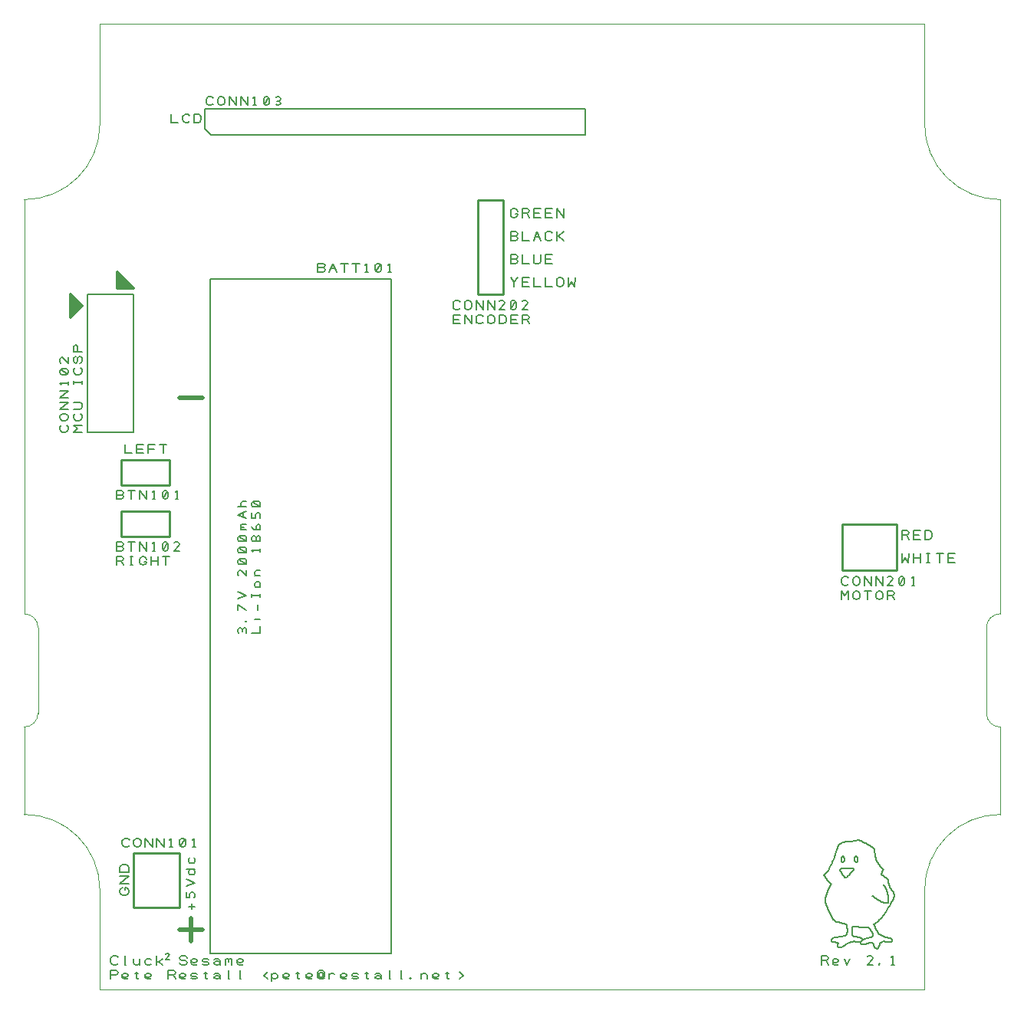
<source format=gto>
G04 EasyPC Gerber Version 21.0.3 Build 4286 *
G04 #@! TF.Part,Single*
G04 #@! TF.FileFunction,Legend,Top *
G04 #@! TF.FilePolarity,Positive *
%FSLAX35Y35*%
%MOIN*%
%ADD13C,0.00001*%
%ADD10C,0.00500*%
%ADD77C,0.00600*%
%ADD79C,0.01000*%
%ADD11C,0.01200*%
%ADD78C,0.02000*%
X0Y0D02*
D02*
D10*
X19037Y248823D02*
X19350Y248511D01*
X19663Y247885*
Y246948*
X19350Y246323*
X19037Y246011*
X18413Y245698*
X17163*
X16537Y246011*
X16225Y246323*
X15913Y246948*
Y247885*
X16225Y248511*
X16537Y248823*
X18413Y250698D02*
X17163D01*
X16537Y251011*
X16225Y251323*
X15913Y251948*
Y252573*
X16225Y253198*
X16537Y253511*
X17163Y253823*
X18413*
X19037Y253511*
X19350Y253198*
X19663Y252573*
Y251948*
X19350Y251323*
X19037Y251011*
X18413Y250698*
X19663Y255698D02*
X15913D01*
X19663Y258823*
X15913*
X19663Y260698D02*
X15913D01*
X19663Y263823*
X15913*
X19663Y266323D02*
Y267573D01*
Y266948D02*
X15913D01*
X16537Y266323*
X19350Y271011D02*
X19663Y271635D01*
Y272261*
X19350Y272885*
X18725Y273198*
X16850*
X16225Y272885*
X15913Y272261*
Y271635*
X16225Y271011*
X16850Y270698*
X18725*
X19350Y271011*
X16225Y272885*
X19663Y278198D02*
Y275698D01*
X17475Y277885*
X16850Y278198*
X16225Y277885*
X15913Y277261*
Y276323*
X16225Y275698*
X25663Y245698D02*
X21913D01*
X23787Y247261*
X21913Y248823*
X25663*
X25037Y253823D02*
X25350Y253511D01*
X25663Y252885*
Y251948*
X25350Y251323*
X25037Y251011*
X24413Y250698*
X23163*
X22537Y251011*
X22225Y251323*
X21913Y251948*
Y252885*
X22225Y253511*
X22537Y253823*
X21913Y255698D02*
X24725D01*
X25350Y256011*
X25663Y256635*
Y257885*
X25350Y258511*
X24725Y258823*
X21913*
X25663Y266635D02*
Y267885D01*
Y267261D02*
X21913D01*
Y266635D02*
Y267885D01*
X25037Y273823D02*
X25350Y273511D01*
X25663Y272885*
Y271948*
X25350Y271323*
X25037Y271011*
X24413Y270698*
X23163*
X22537Y271011*
X22225Y271323*
X21913Y271948*
Y272885*
X22225Y273511*
X22537Y273823*
X24725Y275698D02*
X25350Y276011D01*
X25663Y276635*
Y277885*
X25350Y278511*
X24725Y278823*
X24100Y278511*
X23787Y277885*
Y276635*
X23475Y276011*
X22850Y275698*
X22225Y276011*
X21913Y276635*
Y277885*
X22225Y278511*
X22850Y278823*
X25663Y280698D02*
X21913D01*
Y282885*
X22225Y283511*
X22850Y283823*
X23475Y283511*
X23787Y282885*
Y280698*
X28100Y265698D02*
Y305698D01*
X48100*
Y245698*
X28100*
Y265698*
X42787Y196011D02*
X43413Y195698D01*
X43725Y195073*
X43413Y194448*
X42787Y194135*
X40600*
Y197885*
X42787*
X43413Y197573*
X43725Y196948*
X43413Y196323*
X42787Y196011*
X40600*
X47163Y194135D02*
Y197885D01*
X45600D02*
X48725D01*
X50600Y194135D02*
Y197885D01*
X53725Y194135*
Y197885*
X56225Y194135D02*
X57475D01*
X56850D02*
Y197885D01*
X56225Y197261*
X60913Y194448D02*
X61537Y194135D01*
X62163*
X62787Y194448*
X63100Y195073*
Y196948*
X62787Y197573*
X62163Y197885*
X61537*
X60913Y197573*
X60600Y196948*
Y195073*
X60913Y194448*
X62787Y197573*
X68100Y194135D02*
X65600D01*
X67787Y196323*
X68100Y196948*
X67787Y197573*
X67163Y197885*
X66225*
X65600Y197573*
X42787Y218511D02*
X43413Y218198D01*
X43725Y217573*
X43413Y216948*
X42787Y216635*
X40600*
Y220385*
X42787*
X43413Y220073*
X43725Y219448*
X43413Y218823*
X42787Y218511*
X40600*
X47163Y216635D02*
Y220385D01*
X45600D02*
X48725D01*
X50600Y216635D02*
Y220385D01*
X53725Y216635*
Y220385*
X56225Y216635D02*
X57475D01*
X56850D02*
Y220385D01*
X56225Y219761*
X60913Y216948D02*
X61537Y216635D01*
X62163*
X62787Y216948*
X63100Y217573*
Y219448*
X62787Y220073*
X62163Y220385*
X61537*
X60913Y220073*
X60600Y219448*
Y217573*
X60913Y216948*
X62787Y220073*
X66225Y216635D02*
X67475D01*
X66850D02*
Y220385D01*
X66225Y219761*
X46225Y66011D02*
X45913Y65698D01*
X45287Y65385*
X44350*
X43725Y65698*
X43413Y66011*
X43100Y66635*
Y67885*
X43413Y68511*
X43725Y68823*
X44350Y69135*
X45287*
X45913Y68823*
X46225Y68511*
X48100Y66635D02*
Y67885D01*
X48413Y68511*
X48725Y68823*
X49350Y69135*
X49975*
X50600Y68823*
X50913Y68511*
X51225Y67885*
Y66635*
X50913Y66011*
X50600Y65698*
X49975Y65385*
X49350*
X48725Y65698*
X48413Y66011*
X48100Y66635*
X53100Y65385D02*
Y69135D01*
X56225Y65385*
Y69135*
X58100Y65385D02*
Y69135D01*
X61225Y65385*
Y69135*
X63725Y65385D02*
X64975D01*
X64350D02*
Y69135D01*
X63725Y68511*
X68413Y65698D02*
X69037Y65385D01*
X69663*
X70287Y65698*
X70600Y66323*
Y68198*
X70287Y68823*
X69663Y69135*
X69037*
X68413Y68823*
X68100Y68198*
Y66323*
X68413Y65698*
X70287Y68823*
X73725Y65385D02*
X74975D01*
X74350D02*
Y69135D01*
X73725Y68511*
X79052Y386348D02*
X244288D01*
Y375048*
X81552*
X79052Y377548*
Y386348*
X82646Y388511D02*
X82333Y388198D01*
X81708Y387885*
X80770*
X80146Y388198*
X79833Y388511*
X79520Y389135*
Y390385*
X79833Y391011*
X80146Y391323*
X80770Y391635*
X81708*
X82333Y391323*
X82646Y391011*
X84520Y389135D02*
Y390385D01*
X84833Y391011*
X85146Y391323*
X85770Y391635*
X86396*
X87020Y391323*
X87333Y391011*
X87646Y390385*
Y389135*
X87333Y388511*
X87020Y388198*
X86396Y387885*
X85770*
X85146Y388198*
X84833Y388511*
X84520Y389135*
X89520Y387885D02*
Y391635D01*
X92646Y387885*
Y391635*
X94520Y387885D02*
Y391635D01*
X97646Y387885*
Y391635*
X100146Y387885D02*
X101396D01*
X100770D02*
Y391635D01*
X100146Y391011*
X104833Y388198D02*
X105458Y387885D01*
X106083*
X106708Y388198*
X107020Y388823*
Y390698*
X106708Y391323*
X106083Y391635*
X105458*
X104833Y391323*
X104520Y390698*
Y388823*
X104833Y388198*
X106708Y391323*
X109833Y388198D02*
X110458Y387885D01*
X111083*
X111708Y388198*
X112020Y388823*
X111708Y389448*
X111083Y389761*
X110458*
X111083D02*
X111708Y390073D01*
X112020Y390698*
X111708Y391323*
X111083Y391635*
X110458*
X109833Y391323*
X130287Y317261D02*
X130913Y316948D01*
X131225Y316323*
X130913Y315698*
X130287Y315385*
X128100*
Y319135*
X130287*
X130913Y318823*
X131225Y318198*
X130913Y317573*
X130287Y317261*
X128100*
X133100Y315385D02*
X134663Y319135D01*
X136225Y315385*
X133725Y316948D02*
X135600D01*
X139663Y315385D02*
Y319135D01*
X138100D02*
X141225D01*
X144663Y315385D02*
Y319135D01*
X143100D02*
X146225D01*
X148725Y315385D02*
X149975D01*
X149350D02*
Y319135D01*
X148725Y318511*
X153413Y315698D02*
X154037Y315385D01*
X154663*
X155287Y315698*
X155600Y316323*
Y318198*
X155287Y318823*
X154663Y319135*
X154037*
X153413Y318823*
X153100Y318198*
Y316323*
X153413Y315698*
X155287Y318823*
X158725Y315385D02*
X159975D01*
X159350D02*
Y319135D01*
X158725Y318511*
X159970Y312233D02*
X81230D01*
Y19163*
X159970*
Y312233*
X189975Y299761D02*
X189663Y299448D01*
X189037Y299135*
X188100*
X187475Y299448*
X187163Y299761*
X186850Y300385*
Y301635*
X187163Y302261*
X187475Y302573*
X188100Y302885*
X189037*
X189663Y302573*
X189975Y302261*
X191850Y300385D02*
Y301635D01*
X192163Y302261*
X192475Y302573*
X193100Y302885*
X193725*
X194350Y302573*
X194663Y302261*
X194975Y301635*
Y300385*
X194663Y299761*
X194350Y299448*
X193725Y299135*
X193100*
X192475Y299448*
X192163Y299761*
X191850Y300385*
X196850Y299135D02*
Y302885D01*
X199975Y299135*
Y302885*
X201850Y299135D02*
Y302885D01*
X204975Y299135*
Y302885*
X209350Y299135D02*
X206850D01*
X209037Y301323*
X209350Y301948*
X209037Y302573*
X208413Y302885*
X207475*
X206850Y302573*
X212163Y299448D02*
X212787Y299135D01*
X213413*
X214037Y299448*
X214350Y300073*
Y301948*
X214037Y302573*
X213413Y302885*
X212787*
X212163Y302573*
X211850Y301948*
Y300073*
X212163Y299448*
X214037Y302573*
X219350Y299135D02*
X216850D01*
X219037Y301323*
X219350Y301948*
X219037Y302573*
X218413Y302885*
X217475*
X216850Y302573*
X358725Y179761D02*
X358413Y179448D01*
X357787Y179135*
X356850*
X356225Y179448*
X355913Y179761*
X355600Y180385*
Y181635*
X355913Y182261*
X356225Y182573*
X356850Y182885*
X357787*
X358413Y182573*
X358725Y182261*
X360600Y180385D02*
Y181635D01*
X360913Y182261*
X361225Y182573*
X361850Y182885*
X362475*
X363100Y182573*
X363413Y182261*
X363725Y181635*
Y180385*
X363413Y179761*
X363100Y179448*
X362475Y179135*
X361850*
X361225Y179448*
X360913Y179761*
X360600Y180385*
X365600Y179135D02*
Y182885D01*
X368725Y179135*
Y182885*
X370600Y179135D02*
Y182885D01*
X373725Y179135*
Y182885*
X378100Y179135D02*
X375600D01*
X377787Y181323*
X378100Y181948*
X377787Y182573*
X377163Y182885*
X376225*
X375600Y182573*
X380913Y179448D02*
X381537Y179135D01*
X382163*
X382787Y179448*
X383100Y180073*
Y181948*
X382787Y182573*
X382163Y182885*
X381537*
X380913Y182573*
X380600Y181948*
Y180073*
X380913Y179448*
X382787Y182573*
X386225Y179135D02*
X387475D01*
X386850D02*
Y182885D01*
X386225Y182261*
D02*
D11*
X20600Y305698D02*
X25600Y300698D01*
X20600Y295698*
Y305698*
G36*
X25600Y300698*
X20600Y295698*
Y305698*
G37*
X48100Y308198D02*
X41029D01*
Y315269*
X48100Y308198*
G36*
X41029*
Y315269*
X48100Y308198*
G37*
D02*
D13*
X418710Y123434D02*
Y160835D01*
G75*
G02X424616Y166741I5906*
G01*
Y346899*
G75*
G02X391820Y379694J32795*
G01*
Y423198*
X33395*
X33395Y379694*
G75*
G02X600Y346898I-32795*
G01*
Y166741*
G75*
G02X6506Y160836J-5906*
G01*
Y123434*
G75*
G02X600Y117529I-5906*
G01*
Y79497*
G75*
G02X33395Y46702J-32795*
G01*
Y3198*
X391820*
Y46702*
G75*
G02X424616Y79497I32795*
G01*
Y117529*
G75*
G02X418710Y123434J5905*
G01*
D02*
D77*
X38100Y7885D02*
Y11635D01*
X40287*
X40913Y11323*
X41225Y10698*
X40913Y10073*
X40287Y9761*
X38100*
X45600Y8198D02*
X45287Y7885D01*
X44663*
X44037*
X43413Y8198*
X43100Y8823*
Y9761*
X43413Y10073*
X44037Y10385*
X44663*
X45287Y10073*
X45600Y9761*
Y9448*
X45287Y9135*
X44663Y8823*
X44037*
X43413Y9135*
X43100Y9448*
X48725Y10385D02*
X49975D01*
X49350Y11011D02*
Y8198D01*
X49663Y7885*
X49975*
X50287Y8198*
X55600D02*
X55287Y7885D01*
X54663*
X54037*
X53413Y8198*
X53100Y8823*
Y9761*
X53413Y10073*
X54037Y10385*
X54663*
X55287Y10073*
X55600Y9761*
Y9448*
X55287Y9135*
X54663Y8823*
X54037*
X53413Y9135*
X53100Y9448*
X63100Y7885D02*
Y11635D01*
X65287*
X65913Y11323*
X66225Y10698*
X65913Y10073*
X65287Y9761*
X63100*
X65287D02*
X66225Y7885D01*
X70600Y8198D02*
X70287Y7885D01*
X69663*
X69037*
X68413Y8198*
X68100Y8823*
Y9761*
X68413Y10073*
X69037Y10385*
X69663*
X70287Y10073*
X70600Y9761*
Y9448*
X70287Y9135*
X69663Y8823*
X69037*
X68413Y9135*
X68100Y9448*
X73100Y8198D02*
X73725Y7885D01*
X74975*
X75600Y8198*
Y8823*
X74975Y9135*
X73725*
X73100Y9448*
Y10073*
X73725Y10385*
X74975*
X75600Y10073*
X78725Y10385D02*
X79975D01*
X79350Y11011D02*
Y8198D01*
X79663Y7885*
X79975*
X80287Y8198*
X83100Y10073D02*
X83725Y10385D01*
X84663*
X85287Y10073*
X85600Y9448*
Y8511*
X85287Y8198*
X84663Y7885*
X84037*
X83413Y8198*
X83100Y8511*
Y8823*
X83413Y9135*
X84037Y9448*
X84663*
X85287Y9135*
X85600Y8823*
Y8511D02*
Y7885D01*
X89663D02*
X89350D01*
Y11635*
X94663Y7885D02*
X94350D01*
Y11635*
X106225Y7885D02*
X104663Y9448D01*
X106225Y11011*
X108100Y10385D02*
Y6948D01*
Y8823D02*
X108413Y8198D01*
X109037Y7885*
X109663*
X110287Y8198*
X110600Y8823*
Y9448*
X110287Y10073*
X109663Y10385*
X109037*
X108413Y10073*
X108100Y9448*
Y8823*
X115600Y8198D02*
X115287Y7885D01*
X114663*
X114037*
X113413Y8198*
X113100Y8823*
Y9761*
X113413Y10073*
X114037Y10385*
X114663*
X115287Y10073*
X115600Y9761*
Y9448*
X115287Y9135*
X114663Y8823*
X114037*
X113413Y9135*
X113100Y9448*
X118725Y10385D02*
X119975D01*
X119350Y11011D02*
Y8198D01*
X119663Y7885*
X119975*
X120287Y8198*
X125600D02*
X125287Y7885D01*
X124663*
X124037*
X123413Y8198*
X123100Y8823*
Y9761*
X123413Y10073*
X124037Y10385*
X124663*
X125287Y10073*
X125600Y9761*
Y9448*
X125287Y9135*
X124663Y8823*
X124037*
X123413Y9135*
X123100Y9448*
X130913Y8198D02*
X130287Y7885D01*
X129037*
X128413Y8198*
X128100Y8823*
Y10698*
X128413Y11323*
X129037Y11635*
X129975*
X130600Y11323*
X130913Y10698*
Y9135*
X130600Y8823*
X130287Y9135*
Y10385*
X129975Y10698*
X129037*
X128725Y10385*
Y9135*
X129037Y8823*
X129975*
X130287Y9135*
X133100Y7885D02*
Y10385D01*
Y9448D02*
X133413Y10073D01*
X134037Y10385*
X134663*
X135287Y10073*
X140600Y8198D02*
X140287Y7885D01*
X139663*
X139037*
X138413Y8198*
X138100Y8823*
Y9761*
X138413Y10073*
X139037Y10385*
X139663*
X140287Y10073*
X140600Y9761*
Y9448*
X140287Y9135*
X139663Y8823*
X139037*
X138413Y9135*
X138100Y9448*
X143100Y8198D02*
X143725Y7885D01*
X144975*
X145600Y8198*
Y8823*
X144975Y9135*
X143725*
X143100Y9448*
Y10073*
X143725Y10385*
X144975*
X145600Y10073*
X148725Y10385D02*
X149975D01*
X149350Y11011D02*
Y8198D01*
X149663Y7885*
X149975*
X150287Y8198*
X153100Y10073D02*
X153725Y10385D01*
X154663*
X155287Y10073*
X155600Y9448*
Y8511*
X155287Y8198*
X154663Y7885*
X154037*
X153413Y8198*
X153100Y8511*
Y8823*
X153413Y9135*
X154037Y9448*
X154663*
X155287Y9135*
X155600Y8823*
Y8511D02*
Y7885D01*
X159663D02*
X159350D01*
Y11635*
X164663Y7885D02*
X164350D01*
Y11635*
X168413Y7885D02*
X168725Y8198D01*
X168413Y8511*
X168100Y8198*
X168413Y7885*
X173100D02*
Y10385D01*
Y9448D02*
X173413Y10073D01*
X174037Y10385*
X174663*
X175287Y10073*
X175600Y9448*
Y7885*
X180600Y8198D02*
X180287Y7885D01*
X179663*
X179037*
X178413Y8198*
X178100Y8823*
Y9761*
X178413Y10073*
X179037Y10385*
X179663*
X180287Y10073*
X180600Y9761*
Y9448*
X180287Y9135*
X179663Y8823*
X179037*
X178413Y9135*
X178100Y9448*
X183725Y10385D02*
X184975D01*
X184350Y11011D02*
Y8198D01*
X184663Y7885*
X184975*
X185287Y8198*
X189663Y7885D02*
X191225Y9448D01*
X189663Y11011*
X41225Y14761D02*
X40913Y14448D01*
X40287Y14135*
X39350*
X38725Y14448*
X38413Y14761*
X38100Y15385*
Y16635*
X38413Y17261*
X38725Y17573*
X39350Y17885*
X40287*
X40913Y17573*
X41225Y17261*
X44663Y14135D02*
X44350D01*
Y17885*
X48100Y16635D02*
Y15073D01*
X48413Y14448*
X49037Y14135*
X49663*
X50287Y14448*
X50600Y15073*
Y16635D02*
Y14135D01*
X55600Y16323D02*
X54975Y16635D01*
X54037*
X53413Y16323*
X53100Y15698*
Y15073*
X53413Y14448*
X54037Y14135*
X54975*
X55600Y14448*
X58100Y14135D02*
Y17885D01*
Y15385D02*
X59037D01*
X60600Y16635*
X59037Y15385D02*
X60600Y14135D01*
X68100Y15073D02*
X68413Y14448D01*
X69037Y14135*
X70287*
X70913Y14448*
X71225Y15073*
X70913Y15698*
X70287Y16011*
X69037*
X68413Y16323*
X68100Y16948*
X68413Y17573*
X69037Y17885*
X70287*
X70913Y17573*
X71225Y16948*
X75600Y14448D02*
X75287Y14135D01*
X74663*
X74037*
X73413Y14448*
X73100Y15073*
Y16011*
X73413Y16323*
X74037Y16635*
X74663*
X75287Y16323*
X75600Y16011*
Y15698*
X75287Y15385*
X74663Y15073*
X74037*
X73413Y15385*
X73100Y15698*
X78100Y14448D02*
X78725Y14135D01*
X79975*
X80600Y14448*
Y15073*
X79975Y15385*
X78725*
X78100Y15698*
Y16323*
X78725Y16635*
X79975*
X80600Y16323*
X83100D02*
X83725Y16635D01*
X84663*
X85287Y16323*
X85600Y15698*
Y14761*
X85287Y14448*
X84663Y14135*
X84037*
X83413Y14448*
X83100Y14761*
Y15073*
X83413Y15385*
X84037Y15698*
X84663*
X85287Y15385*
X85600Y15073*
Y14761D02*
Y14135D01*
X88100D02*
Y16635D01*
Y16323D02*
X88413Y16635D01*
X89037*
X89350Y16323*
Y15385*
Y16323D02*
X89663Y16635D01*
X90287*
X90600Y16323*
Y14135*
X95600Y14448D02*
X95287Y14135D01*
X94663*
X94037*
X93413Y14448*
X93100Y15073*
Y16011*
X93413Y16323*
X94037Y16635*
X94663*
X95287Y16323*
X95600Y16011*
Y15698*
X95287Y15385*
X94663Y15073*
X94037*
X93413Y15385*
X93100Y15698*
X40600Y187885D02*
Y191635D01*
X42787*
X43413Y191323*
X43725Y190698*
X43413Y190073*
X42787Y189761*
X40600*
X42787D02*
X43725Y187885D01*
X46537D02*
X47787D01*
X47163D02*
Y191635D01*
X46537D02*
X47787D01*
X52787Y189448D02*
X53725D01*
Y189135*
X53413Y188511*
X53100Y188198*
X52475Y187885*
X51850*
X51225Y188198*
X50913Y188511*
X50600Y189135*
Y190385*
X50913Y191011*
X51225Y191323*
X51850Y191635*
X52475*
X53100Y191323*
X53413Y191011*
X53725Y190385*
X55600Y187885D02*
Y191635D01*
Y189761D02*
X58725D01*
Y187885D02*
Y191635D01*
X62163Y187885D02*
Y191635D01*
X60600D02*
X63725D01*
X44350Y240385D02*
Y236635D01*
X47475*
X49350D02*
Y240385D01*
X52475*
X51850Y238511D02*
X49350D01*
Y236635D02*
X52475D01*
X54350D02*
Y240385D01*
X57475*
X56850Y238511D02*
X54350D01*
X60913Y236635D02*
Y240385D01*
X59350D02*
X62475D01*
X44350Y46635D02*
Y47573D01*
X44663*
X45287Y47261*
X45600Y46948*
X45913Y46323*
Y45698*
X45600Y45073*
X45287Y44761*
X44663Y44448*
X43413*
X42787Y44761*
X42475Y45073*
X42163Y45698*
Y46323*
X42475Y46948*
X42787Y47261*
X43413Y47573*
X45913Y49448D02*
X42163D01*
X45913Y52573*
X42163*
X45913Y54448D02*
X42163D01*
Y56323*
X42475Y56948*
X42787Y57261*
X43413Y57573*
X44663*
X45287Y57261*
X45600Y56948*
X45913Y56323*
Y54448*
X63650Y16373D02*
X61850D01*
X63425Y17948*
X63650Y18398*
X63425Y18848*
X62975Y19073*
X62300*
X61850Y18848*
X64350Y384135D02*
Y380385D01*
X67475*
X72475Y381011D02*
X72163Y380698D01*
X71537Y380385*
X70600*
X69975Y380698*
X69663Y381011*
X69350Y381635*
Y382885*
X69663Y383511*
X69975Y383823*
X70600Y384135*
X71537*
X72163Y383823*
X72475Y383511*
X74350Y380385D02*
Y384135D01*
X76225*
X76850Y383823*
X77163Y383511*
X77475Y382885*
Y381635*
X77163Y381011*
X76850Y380698*
X76225Y380385*
X74350*
X73413Y38198D02*
Y40698D01*
X74663Y39448D02*
X72163D01*
X74350Y43198D02*
X74663Y43823D01*
Y44761*
X74350Y45385*
X73725Y45698*
X73413*
X72787Y45385*
X72475Y44761*
Y43198*
X70913*
Y45698*
Y48198D02*
X74663Y49761D01*
X70913Y51323*
X73100Y55698D02*
X72475Y55385D01*
X72163Y54761*
Y54135*
X72475Y53511*
X73100Y53198*
X73725*
X74350Y53511*
X74663Y54135*
Y54761*
X74350Y55385*
X73725Y55698*
X74663D02*
X70913D01*
X72475Y60698D02*
X72163Y60073D01*
Y59135*
X72475Y58511*
X73100Y58198*
X73725*
X74350Y58511*
X74663Y59135*
Y60073*
X74350Y60698*
X96850Y158511D02*
X97163Y159135D01*
Y159761*
X96850Y160385*
X96225Y160698*
X95600Y160385*
X95287Y159761*
Y159135*
Y159761D02*
X94975Y160385D01*
X94350Y160698*
X93725Y160385*
X93413Y159761*
Y159135*
X93725Y158511*
X97163Y163511D02*
X96850Y163823D01*
X96537Y163511*
X96850Y163198*
X97163Y163511*
Y168198D02*
X93413Y170698D01*
Y168198*
Y173198D02*
X97163Y174761D01*
X93413Y176323*
X97163Y185698D02*
Y183198D01*
X94975Y185385*
X94350Y185698*
X93725Y185385*
X93413Y184761*
Y183823*
X93725Y183198*
X96850Y188511D02*
X97163Y189135D01*
Y189761*
X96850Y190385*
X96225Y190698*
X94350*
X93725Y190385*
X93413Y189761*
Y189135*
X93725Y188511*
X94350Y188198*
X96225*
X96850Y188511*
X93725Y190385*
X96850Y193511D02*
X97163Y194135D01*
Y194761*
X96850Y195385*
X96225Y195698*
X94350*
X93725Y195385*
X93413Y194761*
Y194135*
X93725Y193511*
X94350Y193198*
X96225*
X96850Y193511*
X93725Y195385*
X96850Y198511D02*
X97163Y199135D01*
Y199761*
X96850Y200385*
X96225Y200698*
X94350*
X93725Y200385*
X93413Y199761*
Y199135*
X93725Y198511*
X94350Y198198*
X96225*
X96850Y198511*
X93725Y200385*
X97163Y203198D02*
X94663D01*
X94975D02*
X94663Y203511D01*
Y204135*
X94975Y204448*
X95913*
X94975D02*
X94663Y204761D01*
Y205385*
X94975Y205698*
X97163*
Y208198D02*
X93413Y209761D01*
X97163Y211323*
X95600Y208823D02*
Y210698D01*
X97163Y213198D02*
X93413D01*
X95600D02*
X94975Y213511D01*
X94663Y214135*
Y214761*
X94975Y215385*
X95600Y215698*
X97163*
X99413Y158198D02*
X103163D01*
Y161323*
Y164448D02*
X100663D01*
X99725D02*
X101913Y168198*
Y170698D01*
X103163Y174135D02*
Y175385D01*
Y174761D02*
X99413D01*
Y174135D02*
Y175385D01*
X102225Y178198D02*
X102850Y178511D01*
X103163Y179135*
Y179761*
X102850Y180385*
X102225Y180698*
X101600*
X100975Y180385*
X100663Y179761*
Y179135*
X100975Y178511*
X101600Y178198*
X102225*
X103163Y183198D02*
X100663D01*
X101600D02*
X100975Y183511D01*
X100663Y184135*
Y184761*
X100975Y185385*
X101600Y185698*
X103163*
Y193823D02*
Y195073D01*
Y194448D02*
X99413D01*
X100037Y193823*
X101287Y199135D02*
Y199761D01*
X100975Y200385*
X100350Y200698*
X99725Y200385*
X99413Y199761*
Y199135*
X99725Y198511*
X100350Y198198*
X100975Y198511*
X101287Y199135*
X101600Y198511*
X102225Y198198*
X102850Y198511*
X103163Y199135*
Y199761*
X102850Y200385*
X102225Y200698*
X101600Y200385*
X101287Y199761*
X102225Y203198D02*
X101600Y203511D01*
X101287Y204135*
Y204761*
X101600Y205385*
X102225Y205698*
X102850Y205385*
X103163Y204761*
Y204135*
X102850Y203511*
X102225Y203198*
X101287*
X100350Y203511*
X99725Y204135*
X99413Y204761*
X102850Y208198D02*
X103163Y208823D01*
Y209761*
X102850Y210385*
X102225Y210698*
X101913*
X101287Y210385*
X100975Y209761*
Y208198*
X99413*
Y210698*
X102850Y213511D02*
X103163Y214135D01*
Y214761*
X102850Y215385*
X102225Y215698*
X100350*
X99725Y215385*
X99413Y214761*
Y214135*
X99725Y213511*
X100350Y213198*
X102225*
X102850Y213511*
X99725Y215385*
X186850Y292885D02*
Y296635D01*
X189975*
X189350Y294761D02*
X186850D01*
Y292885D02*
X189975D01*
X191850D02*
Y296635D01*
X194975Y292885*
Y296635*
X199975Y293511D02*
X199663Y293198D01*
X199037Y292885*
X198100*
X197475Y293198*
X197163Y293511*
X196850Y294135*
Y295385*
X197163Y296011*
X197475Y296323*
X198100Y296635*
X199037*
X199663Y296323*
X199975Y296011*
X201850Y294135D02*
Y295385D01*
X202163Y296011*
X202475Y296323*
X203100Y296635*
X203725*
X204350Y296323*
X204663Y296011*
X204975Y295385*
Y294135*
X204663Y293511*
X204350Y293198*
X203725Y292885*
X203100*
X202475Y293198*
X202163Y293511*
X201850Y294135*
X206850Y292885D02*
Y296635D01*
X208725*
X209350Y296323*
X209663Y296011*
X209975Y295385*
Y294135*
X209663Y293511*
X209350Y293198*
X208725Y292885*
X206850*
X211850D02*
Y296635D01*
X214975*
X214350Y294761D02*
X211850D01*
Y292885D02*
X214975D01*
X216850D02*
Y296635D01*
X219037*
X219663Y296323*
X219975Y295698*
X219663Y295073*
X219037Y294761*
X216850*
X219037D02*
X219975Y292885D01*
X213413Y309135D02*
Y311011D01*
X211850Y312885*
X213413Y311011D02*
X214975Y312885D01*
X216850Y309135D02*
Y312885D01*
X219975*
X219350Y311011D02*
X216850D01*
Y309135D02*
X219975D01*
X221850Y312885D02*
Y309135D01*
X224975*
X226850Y312885D02*
Y309135D01*
X229975*
X231850Y310385D02*
Y311635D01*
X232163Y312261*
X232475Y312573*
X233100Y312885*
X233725*
X234350Y312573*
X234663Y312261*
X234975Y311635*
Y310385*
X234663Y309761*
X234350Y309448*
X233725Y309135*
X233100*
X232475Y309448*
X232163Y309761*
X231850Y310385*
X236850Y312885D02*
X237163Y309135D01*
X238413Y311011*
X239663Y309135*
X239975Y312885*
X214037Y321011D02*
X214663Y320698D01*
X214975Y320073*
X214663Y319448*
X214037Y319135*
X211850*
Y322885*
X214037*
X214663Y322573*
X214975Y321948*
X214663Y321323*
X214037Y321011*
X211850*
X216850Y322885D02*
Y319135D01*
X219975*
X221850Y322885D02*
Y320073D01*
X222163Y319448*
X222787Y319135*
X224037*
X224663Y319448*
X224975Y320073*
Y322885*
X226850Y319135D02*
Y322885D01*
X229975*
X229350Y321011D02*
X226850D01*
Y319135D02*
X229975D01*
X214037Y331011D02*
X214663Y330698D01*
X214975Y330073*
X214663Y329448*
X214037Y329135*
X211850*
Y332885*
X214037*
X214663Y332573*
X214975Y331948*
X214663Y331323*
X214037Y331011*
X211850*
X216850Y332885D02*
Y329135D01*
X219975*
X221850D02*
X223413Y332885D01*
X224975Y329135*
X222475Y330698D02*
X224350D01*
X229975Y329761D02*
X229663Y329448D01*
X229037Y329135*
X228100*
X227475Y329448*
X227163Y329761*
X226850Y330385*
Y331635*
X227163Y332261*
X227475Y332573*
X228100Y332885*
X229037*
X229663Y332573*
X229975Y332261*
X231850Y329135D02*
Y332885D01*
Y331011D02*
X232787D01*
X234975Y332885*
X232787Y331011D02*
X234975Y329135D01*
X214037Y340698D02*
X214975D01*
Y340385*
X214663Y339761*
X214350Y339448*
X213725Y339135*
X213100*
X212475Y339448*
X212163Y339761*
X211850Y340385*
Y341635*
X212163Y342261*
X212475Y342573*
X213100Y342885*
X213725*
X214350Y342573*
X214663Y342261*
X214975Y341635*
X216850Y339135D02*
Y342885D01*
X219037*
X219663Y342573*
X219975Y341948*
X219663Y341323*
X219037Y341011*
X216850*
X219037D02*
X219975Y339135D01*
X221850D02*
Y342885D01*
X224975*
X224350Y341011D02*
X221850D01*
Y339135D02*
X224975D01*
X226850D02*
Y342885D01*
X229975*
X229350Y341011D02*
X226850D01*
Y339135D02*
X229975D01*
X231850D02*
Y342885D01*
X234975Y339135*
Y342885*
X346850Y14135D02*
Y17885D01*
X349037*
X349663Y17573*
X349975Y16948*
X349663Y16323*
X349037Y16011*
X346850*
X349037D02*
X349975Y14135D01*
X354350Y14448D02*
X354037Y14135D01*
X353413*
X352787*
X352163Y14448*
X351850Y15073*
Y16011*
X352163Y16323*
X352787Y16635*
X353413*
X354037Y16323*
X354350Y16011*
Y15698*
X354037Y15385*
X353413Y15073*
X352787*
X352163Y15385*
X351850Y15698*
X356850Y16635D02*
X358100Y14135D01*
X359350Y16635*
X369350Y14135D02*
X366850D01*
X369037Y16323*
X369350Y16948*
X369037Y17573*
X368413Y17885*
X367475*
X366850Y17573*
X372163Y14135D02*
X372475Y14448D01*
X372163Y14761*
X371850Y14448*
X372163Y14135*
X377475D02*
X378725D01*
X378100D02*
Y17885D01*
X377475Y17261*
X348100Y53198D02*
X348106Y53188D01*
X348124Y53158*
X348153Y53110*
X348193Y53044*
X348243Y52963*
X348302Y52867*
X348371Y52758*
X348448Y52636*
X348533Y52503*
X348625Y52360*
X348724Y52209*
X348829Y52050*
X348940Y51885*
X349056Y51715*
X349176Y51541*
X349300Y51364*
X349428Y51186*
X349558Y51008*
X349691Y50831*
X349825Y50657*
X349960Y50486*
X350096Y50319*
X350232Y50159*
X350368Y50006*
X350502Y49861*
X350635Y49725*
X350765Y49600*
X350893Y49488*
X351017Y49389*
X351137Y49304*
X351253Y49234*
X351147Y49070*
X351039Y48893*
X350928Y48702*
X350816Y48499*
X350703Y48285*
X350588Y48062*
X350474Y47829*
X350359Y47587*
X350244Y47338*
X350130Y47082*
X350017Y46821*
X349905Y46555*
X349795Y46284*
X349687Y46011*
X349581Y45736*
X349479Y45459*
X349380Y45182*
X349285Y44905*
X349193Y44630*
X349106Y44357*
X349024Y44087*
X348947Y43821*
X348876Y43560*
X348810Y43305*
X348751Y43057*
X348698Y42816*
X348653Y42584*
X348615Y42361*
X348585Y42148*
X348563Y41947*
X348550Y41757*
X348583Y41598*
X348630Y41415*
X348689Y41212*
X348759Y40989*
X348841Y40749*
X348932Y40493*
X349033Y40222*
X349143Y39939*
X349260Y39645*
X349385Y39342*
X349516Y39031*
X349652Y38713*
X349793Y38392*
X349938Y38068*
X350086Y37743*
X350236Y37418*
X350388Y37095*
X350541Y36777*
X350693Y36464*
X350845Y36158*
X350996Y35861*
X351144Y35574*
X351289Y35300*
X351430Y35039*
X351567Y34794*
X351698Y34567*
X351822Y34357*
X351940Y34168*
X352050Y34001*
X352152Y33858*
X352244Y33740*
X352331Y33639*
X352417Y33545*
X352502Y33458*
X352587Y33378*
X352671Y33304*
X352754Y33236*
X352835Y33174*
X352915Y33117*
X352994Y33066*
X353072Y33020*
X353148Y32980*
X353223Y32943*
X353296Y32912*
X353368Y32884*
X353437Y32861*
X353505Y32841*
X353570Y32825*
X353634Y32812*
X353695Y32803*
X353754Y32796*
X353811Y32791*
X353865Y32789*
X353916Y32790*
X353965Y32792*
X354011Y32796*
X354054Y32801*
X354095Y32807*
X354132Y32814*
X354167Y32822*
X354198Y32831*
X354226Y32839*
X354302Y32803*
X354392Y32764*
X354493Y32723*
X354606Y32680*
X354728Y32635*
X354859Y32589*
X354998Y32541*
X355144Y32492*
X355295Y32443*
X355451Y32393*
X355610Y32342*
X355772Y32292*
X355935Y32241*
X356099Y32192*
X356261Y32143*
X356423Y32095*
X356581Y32048*
X356736Y32003*
X356886Y31960*
X357030Y31918*
X357166Y31879*
X357295Y31843*
X357415Y31809*
X357524Y31778*
X357623Y31750*
X357709Y31726*
X357782Y31706*
X357840Y31690*
X357883Y31678*
X357910Y31671*
X357919Y31669*
X357921Y31657*
X357927Y31626*
X357937Y31575*
X357950Y31506*
X357965Y31419*
X357983Y31316*
X358002Y31198*
X358023Y31067*
X358044Y30923*
X358065Y30768*
X358087Y30603*
X358107Y30429*
X358126Y30247*
X358144Y30058*
X358160Y29864*
X358173Y29666*
X358183Y29465*
X358189Y29261*
X358192Y29057*
X358190Y28854*
X358183Y28652*
X358171Y28453*
X358152Y28258*
X358128Y28068*
X358096Y27885*
X358058Y27709*
X358011Y27542*
X357957Y27385*
X357894Y27238*
X357821Y27104*
X357739Y26984*
X357626Y26924*
X357498Y26867*
X357356Y26813*
X357202Y26761*
X357035Y26711*
X356857Y26664*
X356669Y26619*
X356473Y26575*
X356269Y26533*
X356059Y26493*
X355843Y26455*
X355622Y26418*
X355399Y26382*
X355174Y26347*
X354947Y26314*
X354720Y26281*
X354495Y26249*
X354272Y26218*
X354052Y26187*
X353836Y26157*
X353626Y26127*
X353422Y26096*
X353226Y26067*
X353039Y26037*
X352861Y26006*
X352695Y25976*
X352540Y25945*
X352399Y25913*
X352271Y25881*
X352159Y25847*
X352064Y25813*
X351979Y25777*
X351899Y25738*
X351824Y25696*
X351755Y25653*
X351689Y25607*
X351629Y25559*
X351573Y25510*
X351522Y25459*
X351475Y25407*
X351433Y25354*
X351395Y25300*
X351361Y25244*
X351331Y25189*
X351306Y25132*
X351285Y25076*
X351267Y25019*
X351254Y24962*
X351244Y24906*
X351238Y24850*
X351236Y24795*
X351237Y24741*
X351242Y24687*
X351250Y24635*
X351262Y24584*
X351277Y24535*
X351295Y24487*
X351317Y24442*
X351341Y24398*
X351369Y24357*
X351400Y24318*
X351433Y24281*
X351475Y24247*
X351531Y24214*
X351599Y24182*
X351679Y24151*
X351769Y24121*
X351869Y24093*
X351977Y24065*
X352093Y24039*
X352216Y24013*
X352344Y23989*
X352476Y23966*
X352612Y23944*
X352750Y23923*
X352890Y23904*
X353030Y23885*
X353169Y23868*
X353307Y23851*
X353442Y23836*
X353574Y23822*
X353700Y23809*
X353822Y23797*
X353936Y23787*
X354043Y23777*
X354141Y23769*
X354229Y23761*
X354306Y23755*
X354372Y23750*
X354424Y23746*
X354463Y23743*
X354488Y23742*
X354496Y23741*
X354494Y23739*
X354487Y23731*
X354477Y23719*
X354463Y23703*
X354447Y23682*
X354427Y23658*
X354406Y23630*
X354381Y23598*
X354356Y23563*
X354328Y23524*
X354300Y23483*
X354271Y23439*
X354242Y23393*
X354213Y23344*
X354183Y23294*
X354155Y23242*
X354128Y23188*
X354102Y23133*
X354078Y23076*
X354056Y23019*
X354036Y22961*
X354019Y22902*
X354005Y22844*
X353994Y22785*
X353987Y22726*
X353985Y22668*
X353987Y22610*
X353993Y22553*
X354005Y22498*
X354022Y22443*
X354045Y22390*
X354072Y22338*
X354099Y22287*
X354126Y22238*
X354155Y22190*
X354183Y22143*
X354213Y22098*
X354243Y22054*
X354274Y22012*
X354306Y21971*
X354338Y21932*
X354371Y21894*
X354405Y21859*
X354440Y21825*
X354475Y21793*
X354511Y21763*
X354548Y21734*
X354586Y21708*
X354625Y21683*
X354665Y21661*
X354705Y21641*
X354747Y21624*
X354789Y21608*
X354833Y21595*
X354877Y21584*
X354922Y21576*
X354969Y21570*
X355016Y21566*
X355065Y21565*
X355114Y21567*
X355165Y21572*
X355217Y21579*
X355270Y21590*
X355328Y21606*
X355388Y21627*
X355451Y21652*
X355517Y21681*
X355586Y21714*
X355657Y21751*
X355731Y21791*
X355806Y21834*
X355884Y21880*
X355964Y21929*
X356045Y21980*
X356128Y22034*
X356213Y22089*
X356299Y22146*
X356386Y22206*
X356474Y22266*
X356564Y22327*
X356654Y22389*
X356744Y22451*
X356835Y22514*
X357018Y22640*
X357109Y22703*
X357201Y22765*
X357292Y22826*
X357383Y22886*
X357473Y22944*
X357563Y23002*
X357651Y23057*
X357739Y23111*
X357828Y23163*
X357922Y23217*
X358020Y23272*
X358121Y23326*
X358227Y23381*
X358336Y23437*
X358448Y23492*
X358563Y23546*
X358681Y23600*
X358802Y23654*
X358926Y23706*
X359052Y23756*
X359179Y23806*
X359309Y23854*
X359441Y23899*
X359573Y23943*
X359707Y23984*
X359843Y24022*
X359979Y24058*
X360116Y24091*
X360254Y24121*
X360391Y24147*
X360530Y24170*
X360667Y24188*
X360805Y24203*
X360942Y24213*
X361078Y24219*
X361213Y24219*
X361348Y24215*
X361481Y24206*
X361612Y24191*
X361744Y24175*
X361879Y24159*
X362015Y24145*
X362153Y24133*
X362292Y24122*
X362431Y24114*
X362570Y24108*
X362710Y24105*
X362848Y24104*
X362985Y24107*
X363120Y24112*
X363253Y24121*
X363384Y24133*
X363511Y24149*
X363635Y24169*
X363755Y24193*
X363870Y24221*
X363981Y24254*
X364086Y24291*
X364185Y24334*
X364278Y24381*
X364365Y24434*
X364444Y24493*
X364515Y24557*
X364579Y24627*
X364634Y24703*
X364680Y24785*
X364717Y24874*
X364743Y24970*
X364760Y25072*
X364765Y25182*
X364725Y25275*
X364674Y25362*
X364613Y25443*
X364542Y25519*
X364462Y25590*
X364374Y25656*
X364279Y25717*
X364176Y25773*
X364067Y25826*
X363951Y25874*
X363830Y25919*
X363704Y25961*
X363574Y25999*
X363440Y26035*
X363303Y26068*
X363164Y26098*
X363022Y26126*
X362880Y26153*
X362736Y26178*
X362592Y26202*
X362449Y26224*
X362306Y26246*
X362165Y26267*
X362026Y26287*
X361890Y26308*
X361757Y26328*
X361628Y26350*
X361504Y26372*
X361384Y26394*
X361270Y26418*
X361162Y26443*
X361102Y26470*
X361043Y26499*
X360987Y26529*
X360931Y26560*
X360878Y26592*
X360827Y26625*
X360777Y26659*
X360729Y26693*
X360683Y26727*
X360639Y26762*
X360597Y26797*
X360556Y26832*
X360518Y26866*
X360481Y26900*
X360446Y26934*
X360414Y26967*
X360383Y26998*
X360354Y27029*
X360328Y27058*
X360303Y27086*
X360281Y27113*
X360260Y27137*
X360241Y27160*
X360225Y27181*
X360211Y27199*
X360199Y27215*
X360189Y27229*
X360181Y27240*
X360176Y27248*
X360172Y27252*
X360171Y27254*
Y27263*
X360172Y27290*
X360174Y27333*
X360176Y27391*
X360178Y27463*
X360182Y27549*
X360186Y27646*
X360191Y27755*
X360196Y27874*
X360202Y28001*
X360209Y28135*
X360217Y28277*
X360225Y28424*
X360235Y28575*
X360244Y28730*
X360256Y28887*
X360267Y29045*
X360280Y29203*
X360293Y29360*
X360308Y29515*
X360323Y29667*
X360339Y29814*
X360357Y29956*
X360375Y30091*
X360394Y30219*
X360414Y30339*
X360435Y30448*
X360458Y30547*
X360481Y30634*
X360506Y30708*
X360531Y30767*
X360672Y30742*
X360833Y30716*
X361011Y30692*
X361206Y30668*
X361415Y30645*
X361638Y30623*
X361874Y30602*
X362120Y30582*
X362375Y30564*
X362637Y30546*
X362907Y30530*
X363181Y30515*
X363458Y30502*
X363738Y30489*
X364017Y30479*
X364296Y30470*
X364573Y30463*
X364846Y30458*
X365113Y30455*
X365373Y30454*
X365626Y30454*
X365869Y30457*
X366100Y30462*
X366319Y30469*
X366524Y30478*
X366713Y30490*
X366886Y30504*
X367040Y30521*
X367174Y30541*
X367287Y30562*
X367378Y30587*
X367466Y30488*
X367555Y30381*
X367645Y30270*
X367737Y30152*
X367829Y30030*
X367920Y29904*
X368013Y29775*
X368104Y29643*
X368195Y29509*
X368285Y29374*
X368374Y29239*
X368462Y29104*
X368547Y28969*
X368631Y28835*
X368712Y28704*
X368790Y28575*
X368866Y28450*
X368938Y28329*
X369007Y28213*
X369072Y28102*
X369132Y27997*
X369189Y27900*
X369241Y27809*
X369287Y27727*
X369328Y27653*
X369364Y27589*
X369394Y27535*
X369418Y27492*
X369435Y27460*
X369446Y27441*
X369450Y27434*
X369448Y27431*
X369444Y27420*
X369437Y27404*
X369428Y27380*
X369417Y27352*
X369403Y27319*
X369387Y27280*
X369369Y27237*
X369349Y27191*
X369327Y27141*
X369304Y27089*
X369278Y27033*
X369252Y26976*
X369224Y26917*
X369194Y26857*
X369164Y26796*
X369132Y26734*
X369100Y26673*
X369067Y26612*
X369032Y26553*
X368998Y26494*
X368962Y26438*
X368926Y26383*
X368891Y26332*
X368854Y26283*
X368818Y26239*
X368781Y26198*
X368745Y26161*
X368709Y26130*
X368674Y26104*
X368639Y26083*
X368558Y26072*
X368457Y26059*
X368336Y26041*
X368198Y26020*
X368044Y25994*
X367876Y25965*
X367696Y25932*
X367505Y25894*
X367305Y25852*
X367098Y25806*
X366885Y25755*
X366668Y25699*
X366449Y25638*
X366230Y25572*
X366011Y25501*
X365795Y25425*
X365584Y25343*
X365379Y25256*
X365182Y25163*
X364994Y25065*
X364818Y24960*
X364654Y24849*
X364506Y24732*
X364373Y24609*
X364259Y24480*
X364164Y24344*
X364091Y24201*
X364040Y24052*
X364015Y23895*
X364015Y23731*
X364044Y23561*
X364122Y23477*
X364199Y23400*
X364275Y23331*
X364350Y23268*
X364423Y23211*
X364496Y23160*
X364567Y23115*
X364638Y23076*
X364707Y23041*
X364776Y23012*
X364844Y22988*
X364910Y22968*
X364976Y22952*
X365041Y22941*
X365105Y22933*
X365168Y22928*
X365231Y22927*
X365292Y22929*
X365353Y22934*
X365413Y22941*
X365472Y22950*
X365531Y22961*
X365588Y22974*
X365645Y22989*
X365702Y23005*
X365757Y23021*
X365813Y23039*
X365867Y23057*
X365920Y23075*
X365974Y23093*
X366026Y23110*
X366083Y23129*
X366148Y23152*
X366221Y23176*
X366302Y23204*
X366389Y23233*
X366483Y23264*
X366583Y23296*
X366688Y23330*
X366798Y23364*
X366912Y23399*
X367030Y23434*
X367150Y23469*
X367274Y23502*
X367400Y23535*
X367528Y23568*
X367656Y23598*
X367785Y23627*
X367914Y23653*
X368043Y23677*
X368171Y23698*
X368297Y23717*
X368421Y23731*
X368543Y23742*
X368661Y23748*
X368776Y23750*
X368887Y23748*
X368993Y23740*
X369093Y23726*
X369189Y23707*
X369277Y23682*
X369359Y23651*
X369401Y23573*
X369440Y23496*
X369476Y23420*
X369509Y23346*
X369539Y23273*
X369567Y23201*
X369592Y23130*
X369616Y23061*
X369637Y22993*
X369657Y22925*
X369675Y22860*
X369692Y22795*
X369707Y22732*
X369722Y22671*
X369735Y22611*
X369749Y22552*
X369761Y22494*
X369774Y22438*
X369786Y22384*
X369798Y22331*
X369811Y22279*
X369824Y22229*
X369837Y22180*
X369852Y22133*
X369867Y22088*
X369883Y22044*
X369901Y22002*
X369921Y21961*
X369942Y21922*
X369965Y21885*
X369990Y21849*
X370017Y21814*
X370044Y21778*
X370074Y21743*
X370104Y21707*
X370135Y21671*
X370168Y21635*
X370202Y21600*
X370237Y21565*
X370273Y21530*
X370311Y21496*
X370350Y21464*
X370390Y21432*
X370431Y21402*
X370474Y21372*
X370519Y21344*
X370565Y21319*
X370612Y21294*
X370661Y21271*
X370711Y21251*
X370762Y21233*
X370815Y21217*
X370870Y21204*
X370926Y21193*
X370983Y21185*
X371043Y21180*
X371103Y21178*
X371166Y21179*
X371230Y21183*
X371295Y21191*
X371362Y21203*
X371431Y21219*
X371491Y21290*
X371547Y21363*
X371600Y21439*
X371650Y21517*
X371697Y21598*
X371742Y21679*
X371784Y21762*
X371824Y21846*
X371861Y21931*
X371897Y22017*
X371931Y22104*
X371962Y22190*
X371993Y22276*
X372021Y22363*
X372048Y22448*
X372075Y22533*
X372100Y22617*
X372124Y22700*
X372148Y22781*
X372170Y22861*
X372193Y22939*
X372215Y23015*
X372237Y23088*
X372258Y23159*
X372280Y23227*
X372302Y23291*
X372325Y23353*
X372348Y23411*
X372372Y23465*
X372396Y23515*
X372422Y23561*
X372499Y23612*
X372572Y23661*
X372643Y23707*
X372711Y23752*
X372776Y23795*
X372838Y23835*
X372898Y23874*
X372956Y23910*
X373011Y23945*
X373065Y23977*
X373117Y24008*
X373168Y24037*
X373217Y24064*
X373265Y24089*
X373311Y24113*
X373357Y24134*
X373402Y24154*
X373446Y24173*
X373491Y24190*
X373534Y24205*
X373578Y24219*
X373621Y24231*
X373665Y24242*
X373709Y24252*
X373754Y24260*
X373800Y24267*
X373846Y24272*
X373894Y24276*
X373942Y24279*
X373992Y24281*
X374044Y24281*
X374099Y24280*
X374159Y24275*
X374224Y24267*
X374294Y24257*
X374369Y24245*
X374448Y24230*
X374530Y24214*
X374616Y24196*
X374705Y24178*
X374796Y24158*
X374891Y24137*
X374987Y24117*
X375086Y24096*
X375186Y24075*
X375287Y24055*
X375390Y24035*
X375493Y24017*
X375596Y23999*
X375700Y23983*
X375804Y23969*
X375906Y23957*
X376008Y23948*
X376109Y23941*
X376208Y23936*
X376306Y23935*
X376401Y23938*
X376494Y23944*
X376585Y23954*
X376672Y23969*
X376756Y23987*
X376836Y24011*
X376914Y24039*
X376989Y24072*
X377063Y24109*
X377133Y24149*
X377201Y24193*
X377266Y24239*
X377326Y24289*
X377383Y24341*
X377437Y24396*
X377485Y24452*
X377529Y24511*
X377567Y24570*
X377601Y24631*
X377628Y24694*
X377650Y24756*
X377665Y24820*
X377674Y24883*
X377676Y24946*
X377670Y25009*
X377657Y25071*
X377636Y25132*
X377607Y25192*
X377569Y25251*
X377523Y25307*
X377467Y25362*
X377402Y25415*
X377328Y25465*
X377243Y25511*
X377148Y25555*
X377043Y25596*
X376926Y25633*
X376802Y25667*
X376671Y25702*
X376536Y25736*
X376396Y25770*
X376252Y25806*
X376103Y25841*
X375950Y25878*
X375793Y25917*
X375633Y25957*
X375470Y25998*
X375304Y26043*
X375135Y26089*
X374964Y26138*
X374791Y26190*
X374616Y26245*
X374439Y26304*
X374262Y26367*
X374083Y26433*
X373904Y26505*
X373723Y26580*
X373543Y26661*
X373363Y26746*
X373183Y26838*
X373004Y26935*
X372826Y27037*
X372649Y27146*
X372474Y27262*
X372300Y27384*
X372128Y27513*
X371959Y27650*
X371792Y27794*
X371706Y27956*
X371624Y28107*
X371544Y28252*
X371468Y28388*
X371394Y28518*
X371323Y28642*
X371254Y28760*
X371187Y28874*
X371122Y28984*
X371058Y29091*
X370996Y29195*
X370936Y29298*
X370877Y29399*
X370819Y29500*
X370761Y29602*
X370705Y29704*
X370649Y29808*
X370593Y29915*
X370537Y30025*
X370481Y30139*
X370425Y30257*
X370369Y30380*
X370311Y30510*
X370253Y30646*
X370194Y30790*
X370134Y30942*
X370073Y31103*
X370010Y31273*
X369945Y31454*
X369878Y31645*
X369810Y31848*
X369912Y31927*
X370028Y32009*
X370156Y32095*
X370296Y32187*
X370450Y32288*
X370617Y32398*
X370796Y32521*
X370988Y32658*
X371192Y32811*
X371409Y32981*
X371639Y33172*
X371881Y33384*
X372136Y33620*
X372404Y33881*
X372683Y34170*
X372975Y34489*
X373280Y34838*
X373596Y35221*
X373925Y35639*
X374267Y36094*
X374620Y36588*
X374985Y37123*
X375363Y37701*
X375753Y38324*
X376155Y38994*
X376569Y39712*
X376995Y40480*
X377433Y41302*
X377883Y42177*
X378344Y43109*
X378818Y44099*
X378776Y44211*
X378735Y44318*
X378697Y44422*
X378661Y44521*
X378627Y44617*
X378595Y44709*
X378565Y44797*
X378537Y44881*
X378510Y44962*
X378485Y45039*
X378463Y45112*
X378441Y45181*
X378422Y45246*
X378403Y45308*
X378387Y45367*
X378371Y45421*
X378357Y45472*
X378345Y45519*
X378333Y45563*
X378324Y45603*
X378315Y45639*
X378307Y45672*
X378300Y45701*
X378294Y45727*
X378289Y45750*
X378286Y45768*
X378283Y45783*
X378280Y45796*
X378279Y45804*
X378278Y45809*
X378278Y45811*
X378272Y45815*
X378255Y45828*
X378227Y45850*
X378190Y45881*
X378143Y45922*
X378089Y45972*
X378026Y46033*
X377955Y46104*
X377878Y46185*
X377796Y46278*
X377708Y46381*
X377615Y46496*
X377519Y46623*
X377419Y46762*
X377316Y46913*
X377211Y47076*
X377106Y47253*
X376999Y47442*
X376892Y47645*
X376786Y47861*
X376681Y48091*
X376578Y48335*
X376478Y48594*
X376381Y48868*
X376287Y49156*
X376199Y49459*
X376115Y49779*
X376037Y50114*
X375966Y50465*
X375902Y50832*
X375845Y51216*
X375739Y51313*
X375629Y51411*
X375516Y51510*
X375400Y51609*
X375283Y51710*
X375164Y51810*
X375044Y51911*
X374923Y52011*
X374802Y52110*
X374681Y52208*
X374561Y52304*
X374443Y52399*
X374325Y52492*
X374211Y52583*
X374098Y52670*
X373990Y52756*
X373884Y52837*
X373783Y52915*
X373686Y52990*
X373594Y53060*
X373508Y53126*
X373428Y53187*
X373354Y53242*
X373287Y53293*
X373228Y53337*
X373176Y53376*
X373133Y53408*
X373099Y53434*
X373073Y53452*
X373058Y53464*
X373053Y53468*
X373053Y53472*
X373054Y53482*
X373056Y53500*
X373058Y53524*
X373062Y53554*
X373067Y53590*
X373073Y53631*
X373080Y53679*
X373089Y53731*
X373099Y53788*
X373111Y53850*
X373124Y53916*
X373140Y53986*
X373157Y54060*
X373177Y54137*
X373199Y54218*
X373223Y54302*
X373250Y54388*
X373279Y54476*
X373310Y54567*
X373345Y54660*
X373382Y54754*
X373422Y54850*
X373465Y54947*
X373512Y55044*
X373562Y55142*
X373615Y55240*
X373671Y55339*
X373732Y55436*
X373796Y55533*
X373863Y55630*
X373762Y55736*
X373650Y55847*
X373530Y55963*
X373400Y56084*
X373263Y56213*
X373119Y56348*
X372970Y56493*
X372815Y56646*
X372657Y56809*
X372496Y56984*
X372333Y57170*
X372169Y57369*
X372005Y57581*
X371842Y57807*
X371680Y58048*
X371521Y58306*
X371365Y58579*
X371215Y58871*
X371069Y59181*
X370930Y59510*
X370798Y59859*
X370674Y60229*
X370559Y60621*
X370454Y61035*
X370361Y61473*
X370279Y61935*
X370209Y62422*
X370154Y62935*
X370114Y63475*
X370089Y64043*
X370080Y64638*
X369909Y64746*
X369728Y64858*
X369538Y64975*
X369339Y65097*
X369132Y65222*
X368917Y65352*
X368696Y65483*
X368469Y65618*
X368236Y65755*
X367998Y65893*
X367756Y66033*
X367511Y66173*
X367263Y66314*
X367013Y66455*
X366761Y66595*
X366508Y66735*
X366255Y66873*
X366002Y67009*
X365751Y67143*
X365501Y67275*
X365254Y67403*
X365009Y67528*
X364769Y67649*
X364532Y67765*
X364300Y67877*
X364075Y67983*
X363856Y68084*
X363643Y68179*
X363438Y68267*
X363241Y68348*
X363054Y68422*
X362947Y68395*
X362835Y68366*
X362720Y68336*
X362600Y68305*
X362476Y68273*
X362347Y68240*
X362214Y68207*
X362077Y68172*
X361937Y68138*
X361791Y68103*
X361643Y68068*
X361490Y68033*
X361333Y67999*
X361173Y67965*
X361009Y67931*
X360841Y67899*
X360670Y67867*
X360494Y67836*
X360316Y67807*
X360134Y67779*
X359948Y67752*
X359760Y67728*
X359568Y67705*
X359372Y67684*
X359174Y67666*
X358972Y67650*
X358768Y67636*
X358560Y67625*
X358349Y67617*
X358135Y67613*
X357919Y67611*
X357704Y67606*
X357494Y67594*
X357291Y67573*
X357093Y67545*
X356901Y67511*
X356716Y67470*
X356536Y67424*
X356363Y67372*
X356196Y67317*
X356036Y67258*
X355882Y67195*
X355735Y67130*
X355594Y67063*
X355460Y66994*
X355333Y66925*
X355214Y66856*
X355101Y66786*
X354995Y66717*
X354897Y66650*
X354806Y66585*
X354722Y66523*
X354646Y66463*
X354578Y66408*
X354517Y66357*
X354464Y66311*
X354419Y66270*
X354382Y66235*
X354353Y66207*
X354320Y66174*
X354316Y66170*
X354306Y66136*
X354232Y65877*
X354169Y65660*
X354089Y65390*
X353993Y65071*
X353881Y64708*
X353754Y64304*
X353613Y63864*
X353459Y63391*
X353291Y62890*
X353110Y62365*
X352918Y61819*
X352714Y61257*
X352500Y60683*
X352275Y60102*
X352041Y59516*
X351798Y58931*
X351546Y58350*
X351287Y57777*
X351021Y57217*
X350748Y56673*
X350469Y56150*
X350185Y55652*
X349896Y55182*
X349603Y54746*
X349307Y54346*
X349007Y53987*
X348706Y53674*
X348402Y53409*
X348097Y53198*
X348100Y53198*
X354870Y55720D02*
X354875Y55722D01*
X354889Y55729*
X354912Y55740*
X354946Y55755*
X354990Y55773*
X355045Y55794*
X355112Y55818*
X355190Y55843*
X355280Y55869*
X355383Y55897*
X355499Y55925*
X355628Y55954*
X355771Y55981*
X355929Y56008*
X356100Y56034*
X356287Y56058*
X356489Y56080*
X356707Y56099*
X356941Y56115*
X357192Y56127*
X357460Y56135*
X357745Y56139*
X358048Y56139*
X358369Y56132*
X358709Y56120*
X359068Y56102*
X359446Y56077*
X359844Y56044*
X360263Y56004*
X360702Y55956*
X361162Y55900*
X361104Y55815*
X361035Y55719*
X360957Y55613*
X360869Y55496*
X360773Y55371*
X360669Y55238*
X360557Y55098*
X360439Y54952*
X360315Y54800*
X360185Y54644*
X360051Y54485*
X359912Y54323*
X359770Y54160*
X359626Y53995*
X359479Y53831*
X359331Y53667*
X359182Y53506*
X359033Y53347*
X358884Y53192*
X358737Y53041*
X358591Y52896*
X358448Y52757*
X358308Y52625*
X358172Y52502*
X358040Y52387*
X357913Y52282*
X357792Y52187*
X357677Y52105*
X357570Y52035*
X357470Y51978*
X357378Y51936*
X357299Y52009*
X357219Y52087*
X357137Y52170*
X357054Y52258*
X356969Y52351*
X356884Y52448*
X356798Y52550*
X356712Y52656*
X356625Y52765*
X356537Y52879*
X356450Y52996*
X356362Y53116*
X356275Y53239*
X356187Y53365*
X356100Y53493*
X356014Y53624*
X355928Y53757*
X355843Y53891*
X355759Y54028*
X355676Y54166*
X355594Y54305*
X355513Y54446*
X355434Y54587*
X355357Y54728*
X355281Y54871*
X355207Y55013*
X355135Y55156*
X355065Y55297*
X354998Y55439*
X354933Y55580*
X354870Y55720*
X355600Y172885D02*
Y176635D01*
X357163Y174761*
X358725Y176635*
Y172885*
X360600Y174135D02*
Y175385D01*
X360913Y176011*
X361225Y176323*
X361850Y176635*
X362475*
X363100Y176323*
X363413Y176011*
X363725Y175385*
Y174135*
X363413Y173511*
X363100Y173198*
X362475Y172885*
X361850*
X361225Y173198*
X360913Y173511*
X360600Y174135*
X367163Y172885D02*
Y176635D01*
X365600D02*
X368725D01*
X370600Y174135D02*
Y175385D01*
X370913Y176011*
X371225Y176323*
X371850Y176635*
X372475*
X373100Y176323*
X373413Y176011*
X373725Y175385*
Y174135*
X373413Y173511*
X373100Y173198*
X372475Y172885*
X371850*
X371225Y173198*
X370913Y173511*
X370600Y174135*
X375600Y172885D02*
Y176635D01*
X377787*
X378413Y176323*
X378725Y175698*
X378413Y175073*
X377787Y174761*
X375600*
X377787D02*
X378725Y172885D01*
X356928Y60089D02*
X356928Y60019D01*
X356925Y59951*
X356920Y59883*
X356914Y59817*
X356906Y59752*
X356896Y59688*
X356885Y59626*
X356872Y59565*
X356857Y59506*
X356842Y59448*
X356824Y59392*
X356806Y59338*
X356786Y59286*
X356765Y59236*
X356742Y59188*
X356719Y59142*
X356694Y59099*
X356668Y59058*
X356641Y59019*
X356613Y58983*
X356584Y58950*
X356554Y58919*
X356524Y58891*
X356492Y58867*
X356460Y58845*
X356427Y58826*
X356393Y58811*
X356359Y58798*
X356324Y58789*
X356289Y58784*
X356253Y58782*
X356217Y58784*
X356181Y58789*
X356146Y58798*
X356112Y58811*
X356079Y58826*
X356046Y58845*
X356013Y58867*
X355982Y58891*
X355951Y58919*
X355922Y58950*
X355893Y58983*
X355865Y59019*
X355838Y59058*
X355812Y59099*
X355787Y59142*
X355763Y59188*
X355741Y59236*
X355720Y59286*
X355700Y59338*
X355681Y59392*
X355664Y59448*
X355648Y59506*
X355633Y59565*
X355621Y59626*
X355609Y59688*
X355600Y59752*
X355592Y59817*
X355585Y59883*
X355581Y59951*
X355578Y60019*
X355577Y60089*
X355578Y60158*
X355581Y60226*
X355585Y60294*
X355592Y60360*
X355600Y60425*
X355609Y60489*
X355621Y60551*
X355633Y60612*
X355648Y60671*
X355664Y60729*
X355681Y60785*
X355700Y60839*
X355720Y60891*
X355741Y60941*
X355763Y60989*
X355787Y61035*
X355812Y61078*
X355838Y61119*
X355865Y61158*
X355893Y61194*
X355922Y61227*
X355951Y61258*
X355982Y61285*
X356013Y61310*
X356046Y61332*
X356079Y61351*
X356112Y61367*
X356146Y61379*
X356181Y61387*
X356217Y61393*
X356253Y61395*
X356289Y61393*
X356324Y61387*
X356359Y61379*
X356393Y61367*
X356427Y61351*
X356460Y61332*
X356492Y61310*
X356524Y61285*
X356554Y61258*
X356584Y61227*
X356613Y61194*
X356641Y61158*
X356668Y61119*
X356694Y61078*
X356719Y61035*
X356742Y60989*
X356765Y60941*
X356786Y60891*
X356806Y60839*
X356824Y60785*
X356842Y60729*
X356857Y60671*
X356872Y60612*
X356885Y60551*
X356896Y60489*
X356906Y60425*
X356914Y60360*
X356920Y60294*
X356925Y60226*
X356928Y60158*
X356928Y60089*
X362783D02*
X362782Y60019D01*
X362780Y59951*
X362774Y59883*
X362768Y59817*
X362759Y59752*
X362749Y59688*
X362737Y59626*
X362723Y59565*
X362708Y59506*
X362691Y59448*
X362672Y59392*
X362653Y59338*
X362631Y59286*
X362609Y59236*
X362585Y59188*
X362559Y59142*
X362533Y59099*
X362506Y59058*
X362477Y59019*
X362447Y58983*
X362416Y58950*
X362384Y58919*
X362352Y58891*
X362318Y58867*
X362283Y58845*
X362248Y58826*
X362213Y58811*
X362176Y58798*
X362139Y58789*
X362101Y58784*
X362063Y58782*
X362044Y58783*
X362026Y58784*
X362007Y58786*
X361989Y58789*
X361971Y58793*
X361953Y58798*
X361935Y58803*
X361917Y58809*
X361899Y58817*
X361881Y58824*
X361864Y58833*
X361846Y58843*
X361830Y58853*
X361812Y58864*
X361795Y58876*
X361779Y58888*
X361762Y58902*
X361746Y58916*
X361730Y58930*
X361713Y58946*
X361698Y58962*
X361682Y58980*
X361667Y58997*
X361652Y59016*
X361637Y59035*
X361622Y59055*
X361608Y59076*
X361594Y59097*
X361580Y59119*
X361567Y59141*
X361553Y59165*
X361540Y59189*
X361528Y59213*
X361504Y59264*
X361493Y59290*
X361481Y59317*
X361471Y59343*
X361461Y59371*
X361451Y59398*
X361441Y59427*
X361432Y59456*
X361424Y59484*
X361408Y59543*
X361400Y59574*
X361393Y59604*
X361387Y59635*
X361381Y59666*
X361375Y59697*
X361370Y59728*
X361365Y59760*
X361361Y59792*
X361357Y59824*
X361354Y59857*
X361350Y59889*
X361348Y59922*
X361346Y59955*
X361344Y59989*
X361343Y60022*
X361342Y60055*
Y60089*
X361343Y60158*
X361346Y60226*
X361351Y60294*
X361357Y60360*
X361366Y60425*
X361376Y60489*
X361389Y60551*
X361402Y60612*
X361418Y60671*
X361435Y60729*
X361453Y60785*
X361473Y60839*
X361494Y60891*
X361517Y60941*
X361541Y60989*
X361566Y61035*
X361593Y61078*
X361620Y61119*
X361649Y61158*
X361679Y61194*
X361709Y61227*
X361741Y61258*
X361774Y61285*
X361807Y61310*
X361842Y61332*
X361877Y61351*
X361913Y61367*
X361950Y61379*
X361987Y61387*
X362024Y61393*
X362063Y61395*
X362101Y61393*
X362139Y61387*
X362176Y61379*
X362213Y61367*
X362248Y61351*
X362283Y61332*
X362318Y61310*
X362352Y61285*
X362384Y61258*
X362416Y61227*
X362447Y61194*
X362477Y61158*
X362506Y61119*
X362533Y61078*
X362559Y61035*
X362585Y60989*
X362609Y60941*
X362631Y60891*
X362653Y60839*
X362672Y60785*
X362691Y60729*
X362708Y60671*
X362723Y60612*
X362737Y60551*
X362749Y60489*
X362759Y60425*
X362768Y60360*
X362774Y60294*
X362780Y60226*
X362782Y60158*
X362783Y60089*
X369000Y44189D02*
X373954Y48874*
X373960Y48869D01*
X373969Y48863*
X373980Y48854*
X373994Y48841*
X374012Y48826*
X374032Y48807*
X374056Y48785*
X374081Y48758*
X374110Y48728*
X374142Y48693*
X374176Y48654*
X374212Y48611*
X374251Y48562*
X374293Y48508*
X374336Y48449*
X374382Y48385*
X374430Y48315*
X374480Y48239*
X374532Y48157*
X374586Y48070*
X374642Y47975*
X374699Y47874*
X374758Y47766*
X374819Y47651*
X374882Y47529*
X374946Y47399*
X375011Y47261*
X375078Y47116*
X375146Y46963*
X375215Y46802*
X375283Y46633*
X375348Y46460*
X375409Y46282*
X375468Y46100*
X375523Y45916*
X375575Y45728*
X375624Y45539*
X375671Y45348*
X375715Y45156*
X375756Y44964*
X375794Y44772*
X375830Y44581*
X375863Y44392*
X375894Y44206*
X375922Y44021*
X375948Y43840*
X375972Y43663*
X375994Y43491*
X376014Y43324*
X376031Y43162*
X376047Y43007*
X376061Y42859*
X376074Y42719*
X376084Y42586*
X376093Y42462*
X376100Y42348*
X376106Y42243*
X376110Y42150*
X376113Y42067*
X376115Y41996*
X376116Y41937*
X376115Y41885*
X376114Y41834*
X376112Y41783*
X376109Y41733*
X376105Y41685*
X376099Y41637*
X376091Y41590*
X376082Y41544*
X376071Y41500*
X376057Y41457*
X376041Y41416*
X376023Y41376*
X376002Y41338*
X375978Y41302*
X375950Y41267*
X375920Y41234*
X375886Y41204*
X375848Y41175*
X375807Y41148*
X375761Y41124*
X375712Y41103*
X375657Y41083*
X375599Y41067*
X375536Y41053*
X375467Y41041*
X375394Y41033*
X375315Y41028*
X375231Y41025*
X375142Y41026*
X375046Y41029*
X374944Y41036*
X374841Y41044*
X374740Y41051*
X374640Y41058*
X374540Y41066*
X374440Y41074*
X374338Y41085*
X374235Y41098*
X374128Y41115*
X374018Y41137*
X373903Y41163*
X373783Y41195*
X373657Y41233*
X373524Y41279*
X373383Y41333*
X373233Y41395*
X373074Y41467*
X372904Y41550*
X372724Y41643*
X372532Y41747*
X372327Y41865*
X372108Y41995*
X371876Y42139*
X371628Y42298*
X371363Y42473*
X371083Y42664*
X370784Y42871*
X370467Y43096*
X370131Y43340*
X369776Y43603*
X369398Y43886*
X369000Y44189*
X381850Y192885D02*
X382163Y189135D01*
X383413Y191011*
X384663Y189135*
X384975Y192885*
X386850Y189135D02*
Y192885D01*
Y191011D02*
X389975D01*
Y189135D02*
Y192885D01*
X392787Y189135D02*
X394037D01*
X393413D02*
Y192885D01*
X392787D02*
X394037D01*
X398413Y189135D02*
Y192885D01*
X396850D02*
X399975D01*
X401850Y189135D02*
Y192885D01*
X404975*
X404350Y191011D02*
X401850D01*
Y189135D02*
X404975D01*
X381850Y199135D02*
Y202885D01*
X384037*
X384663Y202573*
X384975Y201948*
X384663Y201323*
X384037Y201011*
X381850*
X384037D02*
X384975Y199135D01*
X386850D02*
Y202885D01*
X389975*
X389350Y201011D02*
X386850D01*
Y199135D02*
X389975D01*
X391850D02*
Y202885D01*
X393725*
X394350Y202573*
X394663Y202261*
X394975Y201635*
Y200385*
X394663Y199761*
X394350Y199448*
X393725Y199135*
X391850*
D02*
D78*
X68100Y29448D02*
X78100D01*
X73100Y24448D02*
Y34448D01*
X68100Y260698D02*
X78100D01*
D02*
D79*
X42600Y200198D02*
X63600D01*
Y211198*
X42600*
Y200198*
Y222698D02*
X63600D01*
Y233698*
X42600*
Y222698*
X68139Y62732D02*
X48061D01*
Y39132*
X68139*
Y62732*
X208600Y305698D02*
Y346698D01*
X197600*
Y305698*
X208600*
X356066Y205737D02*
Y185659D01*
X379666*
Y205737*
X356066*
X0Y0D02*
M02*

</source>
